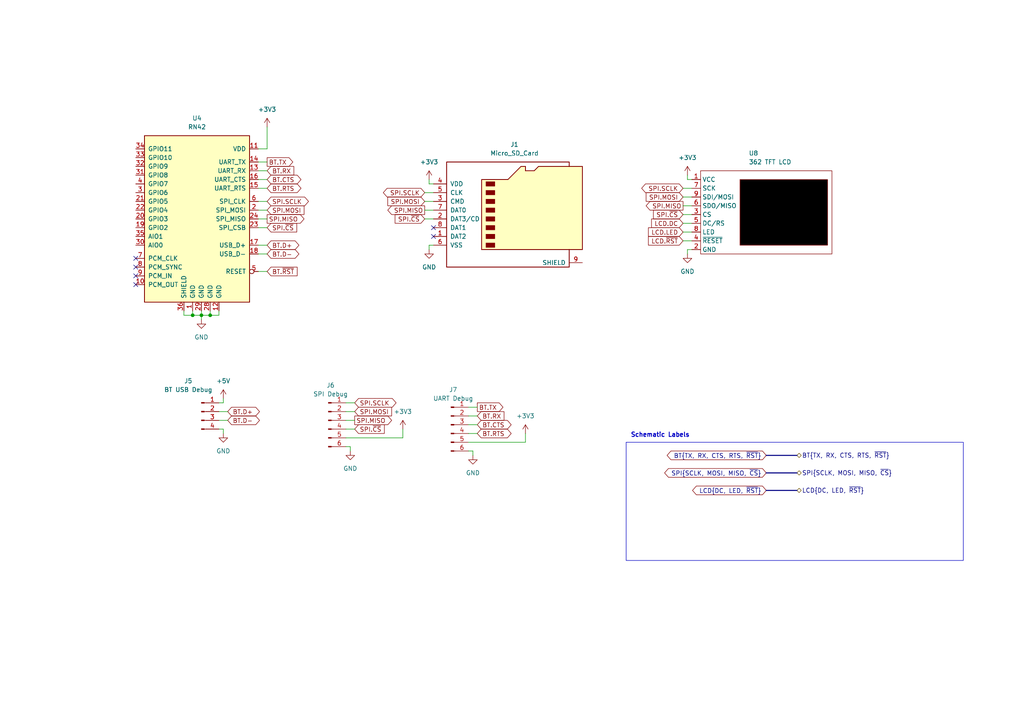
<source format=kicad_sch>
(kicad_sch (version 20230121) (generator eeschema)
  (paper "A4")
  (lib_symbols
    (symbol "Connector:Conn_01x04_Pin" (pin_names (offset 1.016) hide)
      (property "Reference" "J" (at 0 5.08 0))
      (property "Value" "Conn_01x04_Pin" (at 0 -7.62 0))
      (symbol "Conn_01x04_Pin_1_1"
        (polyline (pts (xy 1.27 -5.08) (xy 0.8636 -5.08)) (stroke (width 0.1524)))
        (polyline (pts (xy 1.27 -2.54) (xy 0.8636 -2.54)) (stroke (width 0.1524)))
        (polyline (pts (xy 1.27 0) (xy 0.8636 0)) (stroke (width 0.1524)))
        (polyline (pts (xy 1.27 2.54) (xy 0.8636 2.54)) (stroke (width 0.1524)))
        (rectangle (start 0.8636 -4.953) (end 0 -5.207) (stroke (width 0.1524)) (fill (type outline)))
        (rectangle (start 0.8636 -2.413) (end 0 -2.667) (stroke (width 0.1524)) (fill (type outline)))
        (rectangle (start 0.8636 0.127) (end 0 -0.127) (stroke (width 0.1524)) (fill (type outline)))
        (rectangle (start 0.8636 2.667) (end 0 2.413) (stroke (width 0.1524)) (fill (type outline)))
        (pin passive line (at 5.08 2.54 180) (length 3.81) (name "Pin_1") (number "1"))
        (pin passive line (at 5.08 0 180) (length 3.81) (name "Pin_2") (number "2"))
        (pin passive line (at 5.08 -2.54 180) (length 3.81) (name "Pin_3") (number "3"))
        (pin passive line (at 5.08 -5.08 180) (length 3.81) (name "Pin_4") (number "4"))
      )
    )
    (symbol "Connector:Conn_01x06_Pin" (pin_names (offset 1.016) hide)
      (property "Reference" "J" (at 0 7.62 0))
      (property "Value" "Conn_01x06_Pin" (at 0 -10.16 0))
      (symbol "Conn_01x06_Pin_1_1"
        (polyline (pts (xy 1.27 -7.62) (xy 0.8636 -7.62)) (stroke (width 0.1524)))
        (polyline (pts (xy 1.27 -5.08) (xy 0.8636 -5.08)) (stroke (width 0.1524)))
        (polyline (pts (xy 1.27 -2.54) (xy 0.8636 -2.54)) (stroke (width 0.1524)))
        (polyline (pts (xy 1.27 0) (xy 0.8636 0)) (stroke (width 0.1524)))
        (polyline (pts (xy 1.27 2.54) (xy 0.8636 2.54)) (stroke (width 0.1524)))
        (polyline (pts (xy 1.27 5.08) (xy 0.8636 5.08)) (stroke (width 0.1524)))
        (rectangle (start 0.8636 -7.493) (end 0 -7.747) (stroke (width 0.1524)) (fill (type outline)))
        (rectangle (start 0.8636 -4.953) (end 0 -5.207) (stroke (width 0.1524)) (fill (type outline)))
        (rectangle (start 0.8636 -2.413) (end 0 -2.667) (stroke (width 0.1524)) (fill (type outline)))
        (rectangle (start 0.8636 0.127) (end 0 -0.127) (stroke (width 0.1524)) (fill (type outline)))
        (rectangle (start 0.8636 2.667) (end 0 2.413) (stroke (width 0.1524)) (fill (type outline)))
        (rectangle (start 0.8636 5.207) (end 0 4.953) (stroke (width 0.1524)) (fill (type outline)))
        (pin passive line (at 5.08 5.08 180) (length 3.81) (name "Pin_1") (number "1"))
        (pin passive line (at 5.08 2.54 180) (length 3.81) (name "Pin_2") (number "2"))
        (pin passive line (at 5.08 0 180) (length 3.81) (name "Pin_3") (number "3"))
        (pin passive line (at 5.08 -2.54 180) (length 3.81) (name "Pin_4") (number "4"))
        (pin passive line (at 5.08 -5.08 180) (length 3.81) (name "Pin_5") (number "5"))
        (pin passive line (at 5.08 -7.62 180) (length 3.81) (name "Pin_6") (number "6"))
      )
    )
    (symbol "Connector:Micro_SD_Card" (pin_names (offset 1.016))
      (property "Reference" "J1" (at 0.635 19.05 0))
      (property "Value" "Micro_SD_Card" (at 0.635 16.51 0))
      (symbol "Micro_SD_Card_0_1"
        (rectangle (start -7.62 -9.525) (end -5.08 -10.795) (fill (type outline)))
        (rectangle (start -7.62 -6.985) (end -5.08 -8.255) (fill (type outline)))
        (rectangle (start -7.62 -4.445) (end -5.08 -5.715) (fill (type outline)))
        (rectangle (start -7.62 -1.905) (end -5.08 -3.175) (fill (type outline)))
        (rectangle (start -7.62 0.635) (end -5.08 -0.635) (fill (type outline)))
        (rectangle (start -7.62 3.175) (end -5.08 1.905) (fill (type outline)))
        (rectangle (start -7.62 5.715) (end -5.08 4.445) (fill (type outline)))
        (rectangle (start -7.62 8.255) (end -5.08 6.985) (fill (type outline)))
        (polyline (pts (xy 16.51 12.7) (xy 16.51 13.97) (xy -19.05 13.97) (xy -19.05 -16.51) (xy 16.51 -16.51) (xy 16.51 -11.43)) (stroke (width 0.254)))
        (polyline (pts (xy -8.89 -11.43) (xy -8.89 8.89) (xy -1.27 8.89) (xy 2.54 12.7) (xy 3.81 12.7) (xy 3.81 11.43) (xy 6.35 11.43) (xy 7.62 12.7) (xy 20.32 12.7) (xy 20.32 -11.43) (xy -8.89 -11.43)) (stroke (width 0.254)) (fill (type background)))
      )
      (symbol "Micro_SD_Card_1_1"
        (pin bidirectional line (at -22.86 -7.62 0) (length 3.81) (name "DAT2") (number "1"))
        (pin bidirectional line (at -22.86 -2.54 0) (length 3.81) (name "DAT3/CD") (number "2"))
        (pin input line (at -22.86 2.54 0) (length 3.81) (name "CMD") (number "3"))
        (pin power_in line (at -22.86 7.62 0) (length 3.81) (name "VDD") (number "4"))
        (pin input line (at -22.86 5.08 0) (length 3.81) (name "CLK") (number "5"))
        (pin power_in line (at -22.86 -10.16 0) (length 3.81) (name "VSS") (number "6"))
        (pin bidirectional line (at -22.86 0 0) (length 3.81) (name "DAT0") (number "7"))
        (pin bidirectional line (at -22.86 -5.08 0) (length 3.81) (name "DAT1") (number "8"))
        (pin passive line (at 20.32 -15.24 180) (length 3.81) (name "SHIELD") (number "9"))
      )
    )
    (symbol "ECE477_PartsLibrary:362_OLED"
      (property "Reference" "U?" (at 0 6.35 0))
      (property "Value" "362 TFT LCD" (at 5.08 3.81 0))
      (symbol "362_OLED_0_1"
        (rectangle (start -3.81 1.27) (end 34.29 -22.86))
      )
      (symbol "362_OLED_1_1"
        (rectangle (start 7.62 -1.27) (end 33.02 -20.32) (fill (type color) (color 0 0 0 1)))
        (pin power_in line (at -6.35 -1.27 0) (length 2.54) (name "VCC") (number "1"))
        (pin power_in line (at -6.35 -21.59 0) (length 2.54) (name "GND") (number "2"))
        (pin input line (at -6.35 -11.43 0) (length 2.54) (name "CS") (number "3"))
        (pin input line (at -6.35 -19.05 0) (length 2.54) (name "~{RESET}") (number "4"))
        (pin input line (at -6.35 -13.97 0) (length 2.54) (name "DC/RS") (number "5"))
        (pin output line (at -6.35 -8.89 0) (length 2.54) (name "SDO/MISO") (number "6"))
        (pin bidirectional line (at -6.35 -3.81 0) (length 2.54) (name "SCK") (number "7"))
        (pin bidirectional line (at -6.35 -16.51 0) (length 2.54) (name "LED") (number "8"))
        (pin input line (at -6.35 -6.35 0) (length 2.54) (name "SDI/MOSI") (number "9"))
      )
    )
    (symbol "RF_Bluetooth:RN42" (pin_names (offset 1.016))
      (property "Reference" "U4" (at 0 27.94 0))
      (property "Value" "RN42" (at 0 25.4 0))
      (symbol "RN42_0_1"
        (rectangle (start -15.24 22.86) (end 15.24 -25.4) (stroke (width 0.254)) (fill (type background)))
      )
      (symbol "RN42_1_1"
        (pin power_in line (at -1.27 -27.94 90) (length 2.54) (name "GND") (number "1"))
        (pin output line (at -17.78 -20.32 0) (length 2.54) (name "PCM_OUT") (number "10"))
        (pin power_in line (at 17.78 19.05 180) (length 2.54) (name "VDD") (number "11"))
        (pin power_in line (at 6.35 -27.94 90) (length 2.54) (name "GND") (number "12"))
        (pin input line (at 17.78 12.7 180) (length 2.54) (name "UART_RX") (number "13"))
        (pin output line (at 17.78 15.24 180) (length 2.54) (name "UART_TX") (number "14"))
        (pin output line (at 17.78 7.62 180) (length 2.54) (name "UART_RTS") (number "15"))
        (pin input line (at 17.78 10.16 180) (length 2.54) (name "UART_CTS") (number "16"))
        (pin bidirectional line (at 17.78 -8.89 180) (length 2.54) (name "USB_D+") (number "17"))
        (pin bidirectional line (at 17.78 -11.43 180) (length 2.54) (name "USB_D-") (number "18"))
        (pin bidirectional line (at -17.78 -3.81 0) (length 2.54) (name "GPIO2") (number "19"))
        (pin input line (at 17.78 1.27 180) (length 2.54) (name "SPI_MOSI") (number "2"))
        (pin input line (at -17.78 -1.27 0) (length 2.54) (name "GPIO3") (number "20"))
        (pin bidirectional line (at -17.78 3.81 0) (length 2.54) (name "GPIO5") (number "21"))
        (pin bidirectional line (at -17.78 1.27 0) (length 2.54) (name "GPIO4") (number "22"))
        (pin input line (at 17.78 -3.81 180) (length 2.54) (name "SPI_CSB") (number "23"))
        (pin output line (at 17.78 -1.27 180) (length 2.54) (name "SPI_MISO") (number "24"))
        (pin power_in line (at 3.81 -27.94 90) (length 2.54) (name "GND") (number "28"))
        (pin power_in line (at 1.27 -27.94 90) (length 2.54) (name "GND") (number "29"))
        (pin input line (at -17.78 6.35 0) (length 2.54) (name "GPIO6") (number "3"))
        (pin input line (at -17.78 -8.89 0) (length 2.54) (name "AIO0") (number "30"))
        (pin output line (at -17.78 11.43 0) (length 2.54) (name "GPIO8") (number "31"))
        (pin bidirectional line (at -17.78 13.97 0) (length 2.54) (name "GPIO9") (number "32"))
        (pin bidirectional line (at -17.78 16.51 0) (length 2.54) (name "GPIO10") (number "33"))
        (pin bidirectional line (at -17.78 19.05 0) (length 2.54) (name "GPIO11") (number "34"))
        (pin input line (at -17.78 -6.35 0) (length 2.54) (name "AIO1") (number "35"))
        (pin input line (at -3.81 -27.94 90) (length 2.54) (name "SHIELD") (number "36"))
        (pin bidirectional line (at -17.78 8.89 0) (length 2.54) (name "GPIO7") (number "4"))
        (pin input inverted (at 17.78 -16.51 180) (length 2.54) (name "RESET") (number "5"))
        (pin input line (at 17.78 3.81 180) (length 2.54) (name "SPI_CLK") (number "6"))
        (pin bidirectional line (at -17.78 -12.7 0) (length 2.54) (name "PCM_CLK") (number "7"))
        (pin bidirectional line (at -17.78 -15.24 0) (length 2.54) (name "PCM_SYNC") (number "8"))
        (pin input line (at -17.78 -17.78 0) (length 2.54) (name "PCM_IN") (number "9"))
      )
    )
    (symbol "power:+3V3" (power) (pin_names (offset 0))
      (property "Value" "+3V3" (at 0 3.556 0))
      (symbol "+3V3_0_1"
        (polyline (pts (xy -0.762 1.27) (xy 0 2.54)))
        (polyline (pts (xy 0 0) (xy 0 2.54)))
        (polyline (pts (xy 0 2.54) (xy 0.762 1.27)))
      )
      (symbol "+3V3_1_1"
        (pin power_in line (at 0 0 90) (length 0) hide (name "+3V3") (number "1"))
      )
    )
    (symbol "power:+5V" (power) (pin_names (offset 0))
      (property "Value" "+5V" (at 0 3.556 0))
      (symbol "+5V_0_1"
        (polyline (pts (xy -0.762 1.27) (xy 0 2.54)))
        (polyline (pts (xy 0 0) (xy 0 2.54)))
        (polyline (pts (xy 0 2.54) (xy 0.762 1.27)))
      )
      (symbol "+5V_1_1"
        (pin power_in line (at 0 0 90) (length 0) hide (name "+5V") (number "1"))
      )
    )
    (symbol "power:GND" (power) (pin_names (offset 0))
      (property "Value" "GND" (at 0 -3.81 0))
      (symbol "GND_0_1"
        (polyline (pts (xy 0 0) (xy 0 -1.27) (xy 1.27 -1.27) (xy 0 -2.54) (xy -1.27 -1.27) (xy 0 -1.27)))
      )
      (symbol "GND_1_1"
        (pin power_in line (at 0 0 270) (length 0) hide (name "GND") (number "1"))
      )
    )
  )
  (junction (at 58.42 91.44))
  (junction (at 60.96 91.44))
  (junction (at 55.88 91.44))
  (no_connect (at 125.73 68.58))
  (no_connect (at 39.37 77.47))
  (no_connect (at 39.37 82.55))
  (no_connect (at 125.73 66.04))
  (no_connect (at 39.37 80.01))
  (no_connect (at 39.37 74.93))
  (wire (pts (xy 100.33 129.54) (xy 101.6 129.54)))
  (bus (pts (xy 222.25 132.08) (xy 231.14 132.08)))
  (wire (pts (xy 100.33 119.38) (xy 102.87 119.38)))
  (wire (pts (xy 135.89 118.11) (xy 138.43 118.11)))
  (wire (pts (xy 135.89 125.73) (xy 138.43 125.73)))
  (wire (pts (xy 55.88 90.17) (xy 55.88 91.44)))
  (wire (pts (xy 74.93 54.61) (xy 77.47 54.61)))
  (wire (pts (xy 74.93 63.5) (xy 77.47 63.5)))
  (wire (pts (xy 125.73 60.96) (xy 123.19 60.96)))
  (wire (pts (xy 198.12 64.77) (xy 200.66 64.77)))
  (wire (pts (xy 125.73 63.5) (xy 123.19 63.5)))
  (wire (pts (xy 74.93 78.74) (xy 77.47 78.74)))
  (wire (pts (xy 101.6 129.54) (xy 101.6 130.81)))
  (wire (pts (xy 74.93 52.07) (xy 77.47 52.07)))
  (wire (pts (xy 58.42 91.44) (xy 58.42 92.71)))
  (wire (pts (xy 199.39 52.07) (xy 200.66 52.07)))
  (wire (pts (xy 74.93 49.53) (xy 77.47 49.53)))
  (bus (pts (xy 222.25 137.16) (xy 231.14 137.16)))
  (wire (pts (xy 100.33 127) (xy 116.84 127)))
  (wire (pts (xy 198.12 67.31) (xy 200.66 67.31)))
  (wire (pts (xy 63.5 91.44) (xy 63.5 90.17)))
  (wire (pts (xy 74.93 43.18) (xy 77.47 43.18)))
  (wire (pts (xy 124.46 71.12) (xy 124.46 72.39)))
  (wire (pts (xy 135.89 128.27) (xy 152.4 128.27)))
  (wire (pts (xy 199.39 50.8) (xy 199.39 52.07)))
  (wire (pts (xy 60.96 90.17) (xy 60.96 91.44)))
  (wire (pts (xy 74.93 66.04) (xy 77.47 66.04)))
  (wire (pts (xy 63.5 116.84) (xy 64.77 116.84)))
  (wire (pts (xy 124.46 53.34) (xy 125.73 53.34)))
  (wire (pts (xy 74.93 46.99) (xy 77.47 46.99)))
  (wire (pts (xy 63.5 121.92) (xy 66.04 121.92)))
  (wire (pts (xy 64.77 124.46) (xy 64.77 125.73)))
  (wire (pts (xy 152.4 125.73) (xy 152.4 128.27)))
  (wire (pts (xy 63.5 124.46) (xy 64.77 124.46)))
  (wire (pts (xy 58.42 90.17) (xy 58.42 91.44)))
  (bus (pts (xy 222.25 142.24) (xy 231.14 142.24)))
  (wire (pts (xy 199.39 72.39) (xy 199.39 73.66)))
  (wire (pts (xy 135.89 130.81) (xy 137.16 130.81)))
  (wire (pts (xy 125.73 71.12) (xy 124.46 71.12)))
  (wire (pts (xy 137.16 130.81) (xy 137.16 132.08)))
  (wire (pts (xy 200.66 59.69) (xy 198.12 59.69)))
  (wire (pts (xy 200.66 57.15) (xy 198.12 57.15)))
  (wire (pts (xy 63.5 119.38) (xy 66.04 119.38)))
  (wire (pts (xy 125.73 58.42) (xy 123.19 58.42)))
  (wire (pts (xy 55.88 91.44) (xy 58.42 91.44)))
  (wire (pts (xy 100.33 116.84) (xy 102.87 116.84)))
  (wire (pts (xy 200.66 72.39) (xy 199.39 72.39)))
  (wire (pts (xy 77.47 43.18) (xy 77.47 36.83)))
  (wire (pts (xy 74.93 60.96) (xy 77.47 60.96)))
  (wire (pts (xy 53.34 91.44) (xy 55.88 91.44)))
  (wire (pts (xy 198.12 69.85) (xy 200.66 69.85)))
  (wire (pts (xy 135.89 120.65) (xy 138.43 120.65)))
  (wire (pts (xy 100.33 121.92) (xy 102.87 121.92)))
  (wire (pts (xy 58.42 91.44) (xy 60.96 91.44)))
  (wire (pts (xy 60.96 91.44) (xy 63.5 91.44)))
  (wire (pts (xy 100.33 124.46) (xy 102.87 124.46)))
  (wire (pts (xy 125.73 55.88) (xy 123.19 55.88)))
  (wire (pts (xy 116.84 124.46) (xy 116.84 127)))
  (wire (pts (xy 200.66 62.23) (xy 198.12 62.23)))
  (wire (pts (xy 74.93 58.42) (xy 77.47 58.42)))
  (wire (pts (xy 64.77 116.84) (xy 64.77 115.57)))
  (wire (pts (xy 200.66 54.61) (xy 198.12 54.61)))
  (wire (pts (xy 135.89 123.19) (xy 138.43 123.19)))
  (wire (pts (xy 53.34 90.17) (xy 53.34 91.44)))
  (wire (pts (xy 74.93 73.66) (xy 77.47 73.66)))
  (wire (pts (xy 124.46 52.07) (xy 124.46 53.34)))
  (wire (pts (xy 74.93 71.12) (xy 77.47 71.12)))
  (rectangle (start 181.61 128.27) (end 279.4 162.56))
  (text "Schematic Labels" (at 182.88 127 0) (effects (font (size 1.27 1.27) (thickness 0.254) bold) (justify left bottom)))
  (global_label "BT.~{RST}" (shape input) (at 77.47 78.74 0) (property "Intersheetrefs" "${INTERSHEET_REFS}" (effects hide)))
  (global_label "SPI.MISO" (shape output) (at 123.19 60.96 180) (property "Intersheetrefs" "${INTERSHEET_REFS}" (effects hide)))
  (global_label "SPI.MOSI" (shape input) (at 198.12 57.15 180) (property "Intersheetrefs" "${INTERSHEET_REFS}" (effects hide)))
  (global_label "SPI.SCLK" (shape bidirectional) (at 77.47 58.42 0) (property "Intersheetrefs" "${INTERSHEET_REFS}" (effects hide)))
  (global_label "SPI.~{CS}" (shape input) (at 123.19 63.5 180) (property "Intersheetrefs" "${INTERSHEET_REFS}" (effects hide)))
  (global_label "LCD.LED" (shape input) (at 198.12 67.31 180) (property "Intersheetrefs" "${INTERSHEET_REFS}" (effects hide)))
  (global_label "SPI.MISO" (shape output) (at 198.12 59.69 180) (property "Intersheetrefs" "${INTERSHEET_REFS}" (effects hide)))
  (global_label "SPI.SCLK" (shape bidirectional) (at 123.19 55.88 180) (property "Intersheetrefs" "${INTERSHEET_REFS}" (effects hide)))
  (global_label "BT{TX, RX, CTS, RTS, ~{RST}}" (shape bidirectional) (at 222.25 132.08 180) (property "Intersheetrefs" "${INTERSHEET_REFS}" (effects hide)))
  (global_label "SPI.MOSI" (shape input) (at 77.47 60.96 0) (property "Intersheetrefs" "${INTERSHEET_REFS}" (effects hide)))
  (global_label "SPI.SCLK" (shape bidirectional) (at 102.87 116.84 0) (property "Intersheetrefs" "${INTERSHEET_REFS}" (effects hide)))
  (global_label "SPI{SCLK, MOSI, MISO, ~{CS}}" (shape bidirectional) (at 222.25 137.16 180) (property "Intersheetrefs" "${INTERSHEET_REFS}" (effects hide)))
  (global_label "BT.D+" (shape bidirectional) (at 77.47 71.12 0) (property "Intersheetrefs" "${INTERSHEET_REFS}" (effects hide)))
  (global_label "BT.CTS" (shape bidirectional) (at 138.43 123.19 0) (property "Intersheetrefs" "${INTERSHEET_REFS}" (effects hide)))
  (global_label "SPI.MOSI" (shape input) (at 123.19 58.42 180) (property "Intersheetrefs" "${INTERSHEET_REFS}" (effects hide)))
  (global_label "BT.D-" (shape bidirectional) (at 66.04 121.92 0) (property "Intersheetrefs" "${INTERSHEET_REFS}" (effects hide)))
  (global_label "LCD.DC" (shape input) (at 198.12 64.77 180) (property "Intersheetrefs" "${INTERSHEET_REFS}" (effects hide)))
  (global_label "SPI.~{CS}" (shape input) (at 102.87 124.46 0) (property "Intersheetrefs" "${INTERSHEET_REFS}" (effects hide)))
  (global_label "LCD.~{RST}" (shape input) (at 198.12 69.85 180) (property "Intersheetrefs" "${INTERSHEET_REFS}" (effects hide)))
  (global_label "BT.TX" (shape output) (at 77.47 46.99 0) (property "Intersheetrefs" "${INTERSHEET_REFS}" (effects hide)))
  (global_label "SPI.SCLK" (shape bidirectional) (at 198.12 54.61 180) (property "Intersheetrefs" "${INTERSHEET_REFS}" (effects hide)))
  (global_label "SPI.MOSI" (shape input) (at 102.87 119.38 0) (property "Intersheetrefs" "${INTERSHEET_REFS}" (effects hide)))
  (global_label "BT.D+" (shape bidirectional) (at 66.04 119.38 0) (property "Intersheetrefs" "${INTERSHEET_REFS}" (effects hide)))
  (global_label "SPI.MISO" (shape output) (at 102.87 121.92 0) (property "Intersheetrefs" "${INTERSHEET_REFS}" (effects hide)))
  (global_label "BT.TX" (shape output) (at 138.43 118.11 0) (property "Intersheetrefs" "${INTERSHEET_REFS}" (effects hide)))
  (global_label "SPI.~{CS}" (shape input) (at 198.12 62.23 180) (property "Intersheetrefs" "${INTERSHEET_REFS}" (effects hide)))
  (global_label "BT.D-" (shape bidirectional) (at 77.47 73.66 0) (property "Intersheetrefs" "${INTERSHEET_REFS}" (effects hide)))
  (global_label "BT.RX" (shape input) (at 77.47 49.53 0) (property "Intersheetrefs" "${INTERSHEET_REFS}" (effects hide)))
  (global_label "BT.CTS" (shape bidirectional) (at 77.47 52.07 0) (property "Intersheetrefs" "${INTERSHEET_REFS}" (effects hide)))
  (global_label "BT.RTS" (shape bidirectional) (at 138.43 125.73 0) (property "Intersheetrefs" "${INTERSHEET_REFS}" (effects hide)))
  (global_label "LCD{DC, LED, ~{RST}}" (shape bidirectional) (at 222.25 142.24 180) (property "Intersheetrefs" "${INTERSHEET_REFS}" (effects hide)))
  (global_label "BT.RTS" (shape bidirectional) (at 77.47 54.61 0) (property "Intersheetrefs" "${INTERSHEET_REFS}" (effects hide)))
  (global_label "SPI.MISO" (shape output) (at 77.47 63.5 0) (property "Intersheetrefs" "${INTERSHEET_REFS}" (effects hide)))
  (global_label "SPI.~{CS}" (shape input) (at 77.47 66.04 0) (property "Intersheetrefs" "${INTERSHEET_REFS}" (effects hide)))
  (global_label "BT.RX" (shape input) (at 138.43 120.65 0) (property "Intersheetrefs" "${INTERSHEET_REFS}" (effects hide)))
  (hierarchical_label "LCD{DC, LED, ~{RST}}" (shape bidirectional) (at 231.14 142.24 0))
  (hierarchical_label "BT{TX, RX, CTS, RTS, ~{RST}}" (shape bidirectional) (at 231.14 132.08 0))
  (hierarchical_label "SPI{SCLK, MOSI, MISO, ~{CS}}" (shape bidirectional) (at 231.14 137.16 0))
  (symbol (lib_id "Connector:Conn_01x04_Pin") (at 58.42 119.38 0) (unit 1)
    (property "Reference" "J5" (at 54.61 110.49 0))
    (property "Value" "BT USB Debug" (at 54.61 113.03 0))
  )
  (symbol (lib_id "power:GND") (at 64.77 125.73 0) (unit 1)
    (property "Reference" "#PWR057" (effects hide))
    (property "Value" "GND" (at 64.77 130.81 0))
  )
  (symbol (lib_id "power:GND") (at 137.16 132.08 0) (unit 1)
    (property "Reference" "#PWR051" (effects hide))
    (property "Value" "GND" (at 137.16 137.16 0))
  )
  (symbol (lib_id "Connector:Conn_01x06_Pin") (at 95.25 121.92 0) (unit 1)
    (property "Reference" "J6" (at 95.885 111.76 0))
    (property "Value" "SPI Debug" (at 95.885 114.3 0))
  )
  (symbol (lib_id "power:GND") (at 199.39 73.66 0) (unit 1)
    (property "Reference" "#PWR055" (effects hide))
    (property "Value" "GND" (at 199.39 78.74 0))
  )
  (symbol (lib_id "power:GND") (at 101.6 130.81 0) (unit 1)
    (property "Reference" "#PWR046" (effects hide))
    (property "Value" "GND" (at 101.6 135.89 0))
  )
  (symbol (lib_id "ECE477_PartsLibrary:362_OLED") (at 207.01 50.8 0) (unit 1)
    (property "Reference" "U8" (at 217.17 44.45 0) (effects (justify left)))
    (property "Value" "362 TFT LCD" (at 217.17 46.99 0) (effects (justify left)))
  )
  (symbol (lib_id "power:GND") (at 58.42 92.71 0) (unit 1)
    (property "Reference" "#PWR052" (effects hide))
    (property "Value" "GND" (at 58.42 97.79 0))
  )
  (symbol (lib_id "power:GND") (at 124.46 72.39 0) (unit 1)
    (property "Reference" "#PWR050" (effects hide))
    (property "Value" "GND" (at 124.46 77.47 0))
  )
  (symbol (lib_id "power:+3V3") (at 116.84 124.46 0) (unit 1)
    (property "Reference" "#PWR047" (effects hide))
    (property "Value" "+3V3" (at 116.84 119.38 0))
  )
  (symbol (lib_id "RF_Bluetooth:RN42") (at 57.15 62.23 0) (unit 1)
    (property "Reference" "U4" (at 57.15 34.29 0))
    (property "Value" "RN42" (at 57.15 36.83 0))
    (property "Footprint" "RF_Module:RN42" (effects hide))
    (property "Datasheet" "http://ww1.microchip.com/downloads/en/DeviceDoc/rn-42-ds-v2.32r.pdf" (effects hide))
  )
  (symbol (lib_id "power:+3V3") (at 124.46 52.07 0) (unit 1)
    (property "Reference" "#PWR049" (effects hide))
    (property "Value" "+3V3" (at 124.46 46.99 0))
  )
  (symbol (lib_id "power:+5V") (at 64.77 115.57 0) (unit 1)
    (property "Reference" "#PWR056" (effects hide))
    (property "Value" "+5V" (at 64.77 110.49 0))
  )
  (symbol (lib_id "power:+3V3") (at 152.4 125.73 0) (unit 1)
    (property "Reference" "#PWR053" (effects hide))
    (property "Value" "+3V3" (at 152.4 120.65 0))
  )
  (symbol (lib_id "power:+3V3") (at 77.47 36.83 0) (unit 1)
    (property "Reference" "#PWR048" (effects hide))
    (property "Value" "+3V3" (at 77.47 31.75 0))
  )
  (symbol (lib_id "Connector:Conn_01x06_Pin") (at 130.81 123.19 0) (unit 1)
    (property "Reference" "J7" (at 131.445 113.03 0))
    (property "Value" "UART Debug" (at 131.445 115.57 0))
  )
  (symbol (lib_id "power:+3V3") (at 199.39 50.8 0) (unit 1)
    (property "Reference" "#PWR054" (effects hide))
    (property "Value" "+3V3" (at 199.39 45.72 0))
  )
  (symbol (lib_id "Connector:Micro_SD_Card") (at 148.59 60.96 0) (unit 1)
    (property "Reference" "J1" (at 149.225 41.91 0))
    (property "Value" "Micro_SD_Card" (at 149.225 44.45 0))
    (property "Datasheet" "http://katalog.we-online.de/em/datasheet/693072010801.pdf" (effects hide))
  )
)
</source>
